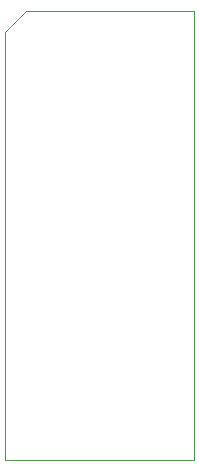
<source format=gm1>
G04 #@! TF.GenerationSoftware,KiCad,Pcbnew,5.1.8-db9833491~88~ubuntu20.10.1*
G04 #@! TF.CreationDate,2020-11-26T14:28:52-05:00*
G04 #@! TF.ProjectId,pcb2molex8878_chamfer,70636232-6d6f-46c6-9578-383837385f63,rev?*
G04 #@! TF.SameCoordinates,Original*
G04 #@! TF.FileFunction,Profile,NP*
%FSLAX46Y46*%
G04 Gerber Fmt 4.6, Leading zero omitted, Abs format (unit mm)*
G04 Created by KiCad (PCBNEW 5.1.8-db9833491~88~ubuntu20.10.1) date 2020-11-26 14:28:52*
%MOMM*%
%LPD*%
G01*
G04 APERTURE LIST*
G04 #@! TA.AperFunction,Profile*
%ADD10C,0.025400*%
G04 #@! TD*
G04 APERTURE END LIST*
D10*
X155218400Y-80187000D02*
X155218400Y-118187000D01*
X139218400Y-118187000D02*
X139218400Y-81987000D01*
X141018400Y-80187000D02*
X139218400Y-81987000D01*
X155218400Y-80187000D02*
X141018400Y-80187000D01*
X139218400Y-118187000D02*
X155218400Y-118187000D01*
M02*

</source>
